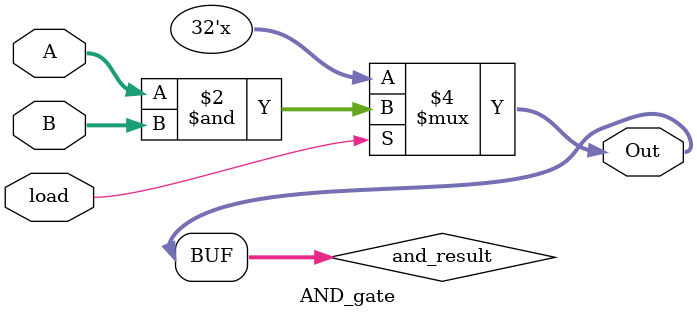
<source format=sv>
module AND_gate #(parameter WIDTH=32)(
  input [WIDTH-1:0] A,  
  input [WIDTH-1:0] B,  
    input load,      
  output [WIDTH-1:0] Out 
);

  reg [WIDTH-1:0] and_result;

always @* begin
    if (load) begin
        and_result = A & B;
    end
end

assign Out = and_result;

endmodule

</source>
